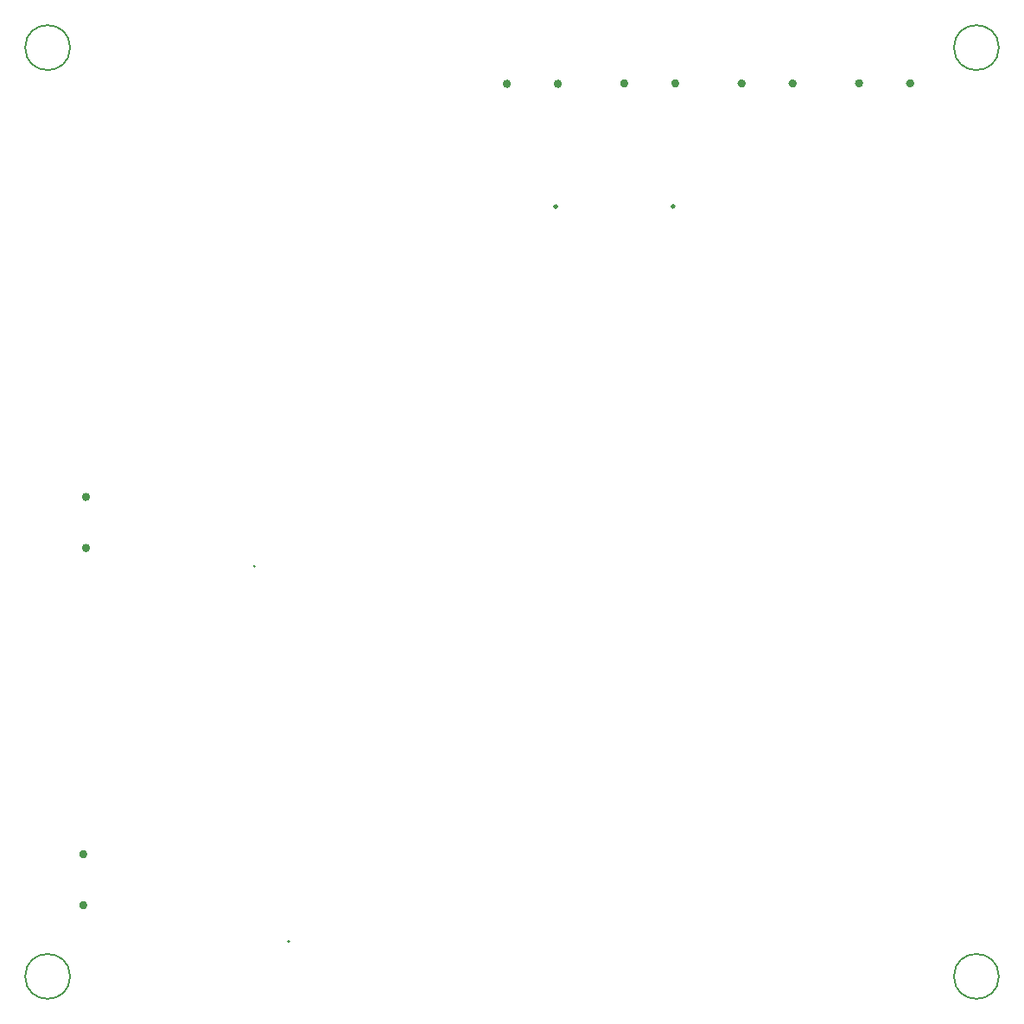
<source format=gbr>
%TF.GenerationSoftware,KiCad,Pcbnew,8.0.5*%
%TF.CreationDate,2024-12-21T22:45:06-05:00*%
%TF.ProjectId,stm-midi-poc1,73746d2d-6d69-4646-992d-706f63312e6b,1*%
%TF.SameCoordinates,Original*%
%TF.FileFunction,Other,Comment*%
%FSLAX46Y46*%
G04 Gerber Fmt 4.6, Leading zero omitted, Abs format (unit mm)*
G04 Created by KiCad (PCBNEW 8.0.5) date 2024-12-21 22:45:06*
%MOMM*%
%LPD*%
G01*
G04 APERTURE LIST*
%ADD10C,0.400000*%
%ADD11C,0.200000*%
%ADD12C,0.150000*%
%ADD13C,0.250000*%
G04 APERTURE END LIST*
D10*
%TO.C,CN4*%
X168191181Y-44478476D02*
G75*
G02*
X167791181Y-44478476I-200000J0D01*
G01*
X167791181Y-44478476D02*
G75*
G02*
X168191181Y-44478476I200000J0D01*
G01*
X173191181Y-44478476D02*
G75*
G02*
X172791181Y-44478476I-200000J0D01*
G01*
X172791181Y-44478476D02*
G75*
G02*
X173191181Y-44478476I200000J0D01*
G01*
D11*
%TO.C,U8*%
X135200000Y-128540000D02*
G75*
G02*
X135000000Y-128540000I-100000J0D01*
G01*
X135000000Y-128540000D02*
G75*
G02*
X135200000Y-128540000I100000J0D01*
G01*
D10*
%TO.C,CN5*%
X115191181Y-120000000D02*
G75*
G02*
X114791181Y-120000000I-200000J0D01*
G01*
X114791181Y-120000000D02*
G75*
G02*
X115191181Y-120000000I200000J0D01*
G01*
X115191181Y-125000000D02*
G75*
G02*
X114791181Y-125000000I-200000J0D01*
G01*
X114791181Y-125000000D02*
G75*
G02*
X115191181Y-125000000I200000J0D01*
G01*
D12*
%TO.C,U3*%
X131811181Y-91778476D02*
G75*
G02*
X131671181Y-91778476I-70000J0D01*
G01*
X131671181Y-91778476D02*
G75*
G02*
X131811181Y-91778476I70000J0D01*
G01*
%TO.C,H3*%
X204691181Y-131978476D02*
G75*
G02*
X200291181Y-131978476I-2200000J0D01*
G01*
X200291181Y-131978476D02*
G75*
G02*
X204691181Y-131978476I2200000J0D01*
G01*
D10*
%TO.C,CN6*%
X115441181Y-85000000D02*
G75*
G02*
X115041181Y-85000000I-200000J0D01*
G01*
X115041181Y-85000000D02*
G75*
G02*
X115441181Y-85000000I200000J0D01*
G01*
X115441181Y-90000000D02*
G75*
G02*
X115041181Y-90000000I-200000J0D01*
G01*
X115041181Y-90000000D02*
G75*
G02*
X115441181Y-90000000I200000J0D01*
G01*
D12*
%TO.C,H4*%
X113691179Y-131978478D02*
G75*
G02*
X109291179Y-131978478I-2200000J0D01*
G01*
X109291179Y-131978478D02*
G75*
G02*
X113691179Y-131978478I2200000J0D01*
G01*
D10*
%TO.C,CN1*%
X191191181Y-44478472D02*
G75*
G02*
X190791181Y-44478472I-200000J0D01*
G01*
X190791181Y-44478472D02*
G75*
G02*
X191191181Y-44478472I200000J0D01*
G01*
X196191181Y-44478472D02*
G75*
G02*
X195791181Y-44478472I-200000J0D01*
G01*
X195791181Y-44478472D02*
G75*
G02*
X196191181Y-44478472I200000J0D01*
G01*
D13*
%TO.C,U6*%
X161400000Y-56560000D02*
G75*
G02*
X161140000Y-56560000I-130000J0D01*
G01*
X161140000Y-56560000D02*
G75*
G02*
X161400000Y-56560000I130000J0D01*
G01*
%TO.C,U7*%
X172891181Y-56538476D02*
G75*
G02*
X172631181Y-56538476I-130000J0D01*
G01*
X172631181Y-56538476D02*
G75*
G02*
X172891181Y-56538476I130000J0D01*
G01*
D10*
%TO.C,CN2*%
X156691181Y-44525976D02*
G75*
G02*
X156291181Y-44525976I-200000J0D01*
G01*
X156291181Y-44525976D02*
G75*
G02*
X156691181Y-44525976I200000J0D01*
G01*
X161691181Y-44525976D02*
G75*
G02*
X161291181Y-44525976I-200000J0D01*
G01*
X161291181Y-44525976D02*
G75*
G02*
X161691181Y-44525976I200000J0D01*
G01*
%TO.C,CN3*%
X179691181Y-44493096D02*
G75*
G02*
X179291181Y-44493096I-200000J0D01*
G01*
X179291181Y-44493096D02*
G75*
G02*
X179691181Y-44493096I200000J0D01*
G01*
X184691181Y-44493096D02*
G75*
G02*
X184291181Y-44493096I-200000J0D01*
G01*
X184291181Y-44493096D02*
G75*
G02*
X184691181Y-44493096I200000J0D01*
G01*
D12*
%TO.C,H2*%
X204691181Y-40978476D02*
G75*
G02*
X200291181Y-40978476I-2200000J0D01*
G01*
X200291181Y-40978476D02*
G75*
G02*
X204691181Y-40978476I2200000J0D01*
G01*
%TO.C,H1*%
X113691181Y-40978476D02*
G75*
G02*
X109291181Y-40978476I-2200000J0D01*
G01*
X109291181Y-40978476D02*
G75*
G02*
X113691181Y-40978476I2200000J0D01*
G01*
%TD*%
M02*

</source>
